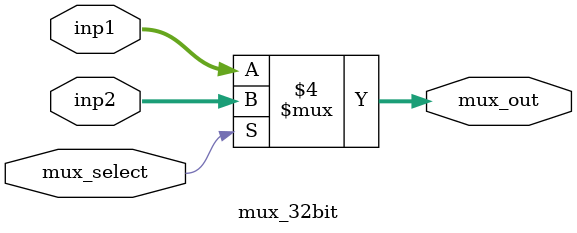
<source format=v>
module mux_32bit
(
	input [31:0] inp1,
	input [31:0] inp2,
	input mux_select,
	output reg [31:0] mux_out
);

//This module is used for selecting one of the 32-bit inputs to the output 

always @ (*) begin

if (mux_select == 1'b0)
	mux_out = inp1;
else	
	mux_out = inp2;
	
end
endmodule

</source>
